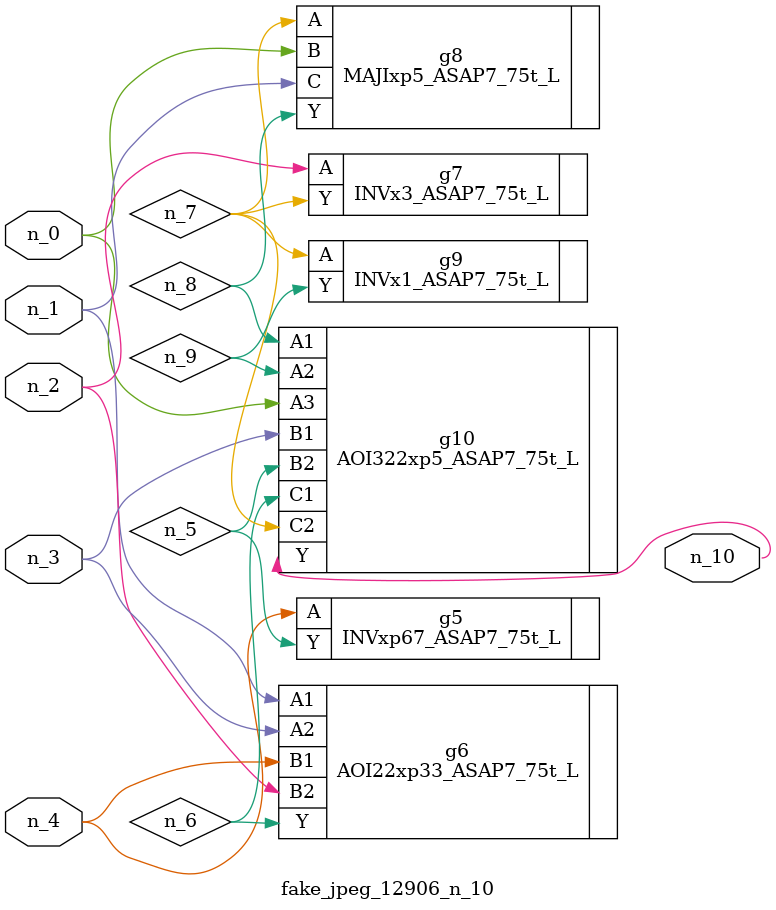
<source format=v>
module fake_jpeg_12906_n_10 (n_3, n_2, n_1, n_0, n_4, n_10);

input n_3;
input n_2;
input n_1;
input n_0;
input n_4;

output n_10;

wire n_8;
wire n_9;
wire n_6;
wire n_5;
wire n_7;

INVxp67_ASAP7_75t_L g5 ( 
.A(n_4),
.Y(n_5)
);

AOI22xp33_ASAP7_75t_L g6 ( 
.A1(n_1),
.A2(n_3),
.B1(n_4),
.B2(n_2),
.Y(n_6)
);

INVx3_ASAP7_75t_L g7 ( 
.A(n_2),
.Y(n_7)
);

MAJIxp5_ASAP7_75t_L g8 ( 
.A(n_7),
.B(n_0),
.C(n_1),
.Y(n_8)
);

AOI322xp5_ASAP7_75t_L g10 ( 
.A1(n_8),
.A2(n_9),
.A3(n_0),
.B1(n_3),
.B2(n_5),
.C1(n_6),
.C2(n_7),
.Y(n_10)
);

INVx1_ASAP7_75t_L g9 ( 
.A(n_7),
.Y(n_9)
);


endmodule
</source>
